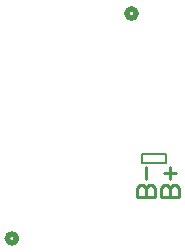
<source format=gbo>
G04*
G04 #@! TF.GenerationSoftware,Altium Limited,Altium Designer,22.11.1 (43)*
G04*
G04 Layer_Color=32896*
%FSLAX44Y44*%
%MOMM*%
G71*
G04*
G04 #@! TF.SameCoordinates,A50B7F4E-0ABD-407A-AE68-1F03F6E7AD64*
G04*
G04*
G04 #@! TF.FilePolarity,Positive*
G04*
G01*
G75*
%ADD10C,0.5080*%
%ADD13C,0.1270*%
%ADD16C,0.2540*%
D10*
X79248Y51465D02*
G03*
X79248Y51465I-3810J0D01*
G01*
X180478Y241905D02*
G03*
X180478Y241905I-3810J0D01*
G01*
D13*
X205740Y115570D02*
Y123190D01*
X185420D02*
X205740D01*
X185420Y115570D02*
Y123190D01*
Y115570D02*
X205740D01*
D16*
X181615Y86360D02*
X196850D01*
Y93977D01*
X194311Y96517D01*
X191772D01*
X189233Y93977D01*
Y86360D01*
Y93977D01*
X186693Y96517D01*
X184154D01*
X181615Y93977D01*
Y86360D01*
X189233Y101595D02*
Y111752D01*
X201935Y86360D02*
X217170D01*
Y93977D01*
X214631Y96517D01*
X212092D01*
X209552Y93977D01*
Y86360D01*
Y93977D01*
X207013Y96517D01*
X204474D01*
X201935Y93977D01*
Y86360D01*
X209552Y101595D02*
Y111752D01*
X204474Y106673D02*
X214631D01*
M02*

</source>
